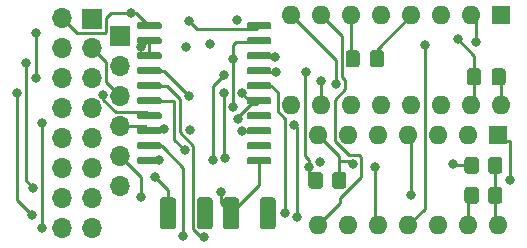
<source format=gbr>
G04 #@! TF.GenerationSoftware,KiCad,Pcbnew,5.1.5+dfsg1-2build2*
G04 #@! TF.CreationDate,2022-11-08T07:02:07+00:00*
G04 #@! TF.ProjectId,link-up-serial,6c696e6b-2d75-4702-9d73-657269616c2e,rev?*
G04 #@! TF.SameCoordinates,Original*
G04 #@! TF.FileFunction,Copper,L4,Bot*
G04 #@! TF.FilePolarity,Positive*
%FSLAX46Y46*%
G04 Gerber Fmt 4.6, Leading zero omitted, Abs format (unit mm)*
G04 Created by KiCad (PCBNEW 5.1.5+dfsg1-2build2) date 2022-11-08 07:02:07*
%MOMM*%
%LPD*%
G04 APERTURE LIST*
%ADD10O,1.600000X1.600000*%
%ADD11R,1.600000X1.600000*%
%ADD12C,0.100000*%
%ADD13O,1.700000X1.700000*%
%ADD14R,1.700000X1.700000*%
%ADD15C,0.800000*%
%ADD16C,0.250000*%
G04 APERTURE END LIST*
D10*
X131064000Y-110998000D03*
X113284000Y-103378000D03*
X128524000Y-110998000D03*
X115824000Y-103378000D03*
X125984000Y-110998000D03*
X118364000Y-103378000D03*
X123444000Y-110998000D03*
X120904000Y-103378000D03*
X120904000Y-110998000D03*
X123444000Y-103378000D03*
X118364000Y-110998000D03*
X125984000Y-103378000D03*
X115824000Y-110998000D03*
X128524000Y-103378000D03*
X113284000Y-110998000D03*
D11*
X131064000Y-103378000D03*
G04 #@! TA.AperFunction,SMDPad,CuDef*
D12*
G36*
X102157703Y-103967722D02*
G01*
X102172264Y-103969882D01*
X102186543Y-103973459D01*
X102200403Y-103978418D01*
X102213710Y-103984712D01*
X102226336Y-103992280D01*
X102238159Y-104001048D01*
X102249066Y-104010934D01*
X102258952Y-104021841D01*
X102267720Y-104033664D01*
X102275288Y-104046290D01*
X102281582Y-104059597D01*
X102286541Y-104073457D01*
X102290118Y-104087736D01*
X102292278Y-104102297D01*
X102293000Y-104117000D01*
X102293000Y-104417000D01*
X102292278Y-104431703D01*
X102290118Y-104446264D01*
X102286541Y-104460543D01*
X102281582Y-104474403D01*
X102275288Y-104487710D01*
X102267720Y-104500336D01*
X102258952Y-104512159D01*
X102249066Y-104523066D01*
X102238159Y-104532952D01*
X102226336Y-104541720D01*
X102213710Y-104549288D01*
X102200403Y-104555582D01*
X102186543Y-104560541D01*
X102172264Y-104564118D01*
X102157703Y-104566278D01*
X102143000Y-104567000D01*
X100393000Y-104567000D01*
X100378297Y-104566278D01*
X100363736Y-104564118D01*
X100349457Y-104560541D01*
X100335597Y-104555582D01*
X100322290Y-104549288D01*
X100309664Y-104541720D01*
X100297841Y-104532952D01*
X100286934Y-104523066D01*
X100277048Y-104512159D01*
X100268280Y-104500336D01*
X100260712Y-104487710D01*
X100254418Y-104474403D01*
X100249459Y-104460543D01*
X100245882Y-104446264D01*
X100243722Y-104431703D01*
X100243000Y-104417000D01*
X100243000Y-104117000D01*
X100243722Y-104102297D01*
X100245882Y-104087736D01*
X100249459Y-104073457D01*
X100254418Y-104059597D01*
X100260712Y-104046290D01*
X100268280Y-104033664D01*
X100277048Y-104021841D01*
X100286934Y-104010934D01*
X100297841Y-104001048D01*
X100309664Y-103992280D01*
X100322290Y-103984712D01*
X100335597Y-103978418D01*
X100349457Y-103973459D01*
X100363736Y-103969882D01*
X100378297Y-103967722D01*
X100393000Y-103967000D01*
X102143000Y-103967000D01*
X102157703Y-103967722D01*
G37*
G04 #@! TD.AperFunction*
G04 #@! TA.AperFunction,SMDPad,CuDef*
G36*
X102157703Y-105237722D02*
G01*
X102172264Y-105239882D01*
X102186543Y-105243459D01*
X102200403Y-105248418D01*
X102213710Y-105254712D01*
X102226336Y-105262280D01*
X102238159Y-105271048D01*
X102249066Y-105280934D01*
X102258952Y-105291841D01*
X102267720Y-105303664D01*
X102275288Y-105316290D01*
X102281582Y-105329597D01*
X102286541Y-105343457D01*
X102290118Y-105357736D01*
X102292278Y-105372297D01*
X102293000Y-105387000D01*
X102293000Y-105687000D01*
X102292278Y-105701703D01*
X102290118Y-105716264D01*
X102286541Y-105730543D01*
X102281582Y-105744403D01*
X102275288Y-105757710D01*
X102267720Y-105770336D01*
X102258952Y-105782159D01*
X102249066Y-105793066D01*
X102238159Y-105802952D01*
X102226336Y-105811720D01*
X102213710Y-105819288D01*
X102200403Y-105825582D01*
X102186543Y-105830541D01*
X102172264Y-105834118D01*
X102157703Y-105836278D01*
X102143000Y-105837000D01*
X100393000Y-105837000D01*
X100378297Y-105836278D01*
X100363736Y-105834118D01*
X100349457Y-105830541D01*
X100335597Y-105825582D01*
X100322290Y-105819288D01*
X100309664Y-105811720D01*
X100297841Y-105802952D01*
X100286934Y-105793066D01*
X100277048Y-105782159D01*
X100268280Y-105770336D01*
X100260712Y-105757710D01*
X100254418Y-105744403D01*
X100249459Y-105730543D01*
X100245882Y-105716264D01*
X100243722Y-105701703D01*
X100243000Y-105687000D01*
X100243000Y-105387000D01*
X100243722Y-105372297D01*
X100245882Y-105357736D01*
X100249459Y-105343457D01*
X100254418Y-105329597D01*
X100260712Y-105316290D01*
X100268280Y-105303664D01*
X100277048Y-105291841D01*
X100286934Y-105280934D01*
X100297841Y-105271048D01*
X100309664Y-105262280D01*
X100322290Y-105254712D01*
X100335597Y-105248418D01*
X100349457Y-105243459D01*
X100363736Y-105239882D01*
X100378297Y-105237722D01*
X100393000Y-105237000D01*
X102143000Y-105237000D01*
X102157703Y-105237722D01*
G37*
G04 #@! TD.AperFunction*
G04 #@! TA.AperFunction,SMDPad,CuDef*
G36*
X102157703Y-106507722D02*
G01*
X102172264Y-106509882D01*
X102186543Y-106513459D01*
X102200403Y-106518418D01*
X102213710Y-106524712D01*
X102226336Y-106532280D01*
X102238159Y-106541048D01*
X102249066Y-106550934D01*
X102258952Y-106561841D01*
X102267720Y-106573664D01*
X102275288Y-106586290D01*
X102281582Y-106599597D01*
X102286541Y-106613457D01*
X102290118Y-106627736D01*
X102292278Y-106642297D01*
X102293000Y-106657000D01*
X102293000Y-106957000D01*
X102292278Y-106971703D01*
X102290118Y-106986264D01*
X102286541Y-107000543D01*
X102281582Y-107014403D01*
X102275288Y-107027710D01*
X102267720Y-107040336D01*
X102258952Y-107052159D01*
X102249066Y-107063066D01*
X102238159Y-107072952D01*
X102226336Y-107081720D01*
X102213710Y-107089288D01*
X102200403Y-107095582D01*
X102186543Y-107100541D01*
X102172264Y-107104118D01*
X102157703Y-107106278D01*
X102143000Y-107107000D01*
X100393000Y-107107000D01*
X100378297Y-107106278D01*
X100363736Y-107104118D01*
X100349457Y-107100541D01*
X100335597Y-107095582D01*
X100322290Y-107089288D01*
X100309664Y-107081720D01*
X100297841Y-107072952D01*
X100286934Y-107063066D01*
X100277048Y-107052159D01*
X100268280Y-107040336D01*
X100260712Y-107027710D01*
X100254418Y-107014403D01*
X100249459Y-107000543D01*
X100245882Y-106986264D01*
X100243722Y-106971703D01*
X100243000Y-106957000D01*
X100243000Y-106657000D01*
X100243722Y-106642297D01*
X100245882Y-106627736D01*
X100249459Y-106613457D01*
X100254418Y-106599597D01*
X100260712Y-106586290D01*
X100268280Y-106573664D01*
X100277048Y-106561841D01*
X100286934Y-106550934D01*
X100297841Y-106541048D01*
X100309664Y-106532280D01*
X100322290Y-106524712D01*
X100335597Y-106518418D01*
X100349457Y-106513459D01*
X100363736Y-106509882D01*
X100378297Y-106507722D01*
X100393000Y-106507000D01*
X102143000Y-106507000D01*
X102157703Y-106507722D01*
G37*
G04 #@! TD.AperFunction*
G04 #@! TA.AperFunction,SMDPad,CuDef*
G36*
X102157703Y-107777722D02*
G01*
X102172264Y-107779882D01*
X102186543Y-107783459D01*
X102200403Y-107788418D01*
X102213710Y-107794712D01*
X102226336Y-107802280D01*
X102238159Y-107811048D01*
X102249066Y-107820934D01*
X102258952Y-107831841D01*
X102267720Y-107843664D01*
X102275288Y-107856290D01*
X102281582Y-107869597D01*
X102286541Y-107883457D01*
X102290118Y-107897736D01*
X102292278Y-107912297D01*
X102293000Y-107927000D01*
X102293000Y-108227000D01*
X102292278Y-108241703D01*
X102290118Y-108256264D01*
X102286541Y-108270543D01*
X102281582Y-108284403D01*
X102275288Y-108297710D01*
X102267720Y-108310336D01*
X102258952Y-108322159D01*
X102249066Y-108333066D01*
X102238159Y-108342952D01*
X102226336Y-108351720D01*
X102213710Y-108359288D01*
X102200403Y-108365582D01*
X102186543Y-108370541D01*
X102172264Y-108374118D01*
X102157703Y-108376278D01*
X102143000Y-108377000D01*
X100393000Y-108377000D01*
X100378297Y-108376278D01*
X100363736Y-108374118D01*
X100349457Y-108370541D01*
X100335597Y-108365582D01*
X100322290Y-108359288D01*
X100309664Y-108351720D01*
X100297841Y-108342952D01*
X100286934Y-108333066D01*
X100277048Y-108322159D01*
X100268280Y-108310336D01*
X100260712Y-108297710D01*
X100254418Y-108284403D01*
X100249459Y-108270543D01*
X100245882Y-108256264D01*
X100243722Y-108241703D01*
X100243000Y-108227000D01*
X100243000Y-107927000D01*
X100243722Y-107912297D01*
X100245882Y-107897736D01*
X100249459Y-107883457D01*
X100254418Y-107869597D01*
X100260712Y-107856290D01*
X100268280Y-107843664D01*
X100277048Y-107831841D01*
X100286934Y-107820934D01*
X100297841Y-107811048D01*
X100309664Y-107802280D01*
X100322290Y-107794712D01*
X100335597Y-107788418D01*
X100349457Y-107783459D01*
X100363736Y-107779882D01*
X100378297Y-107777722D01*
X100393000Y-107777000D01*
X102143000Y-107777000D01*
X102157703Y-107777722D01*
G37*
G04 #@! TD.AperFunction*
G04 #@! TA.AperFunction,SMDPad,CuDef*
G36*
X102157703Y-109047722D02*
G01*
X102172264Y-109049882D01*
X102186543Y-109053459D01*
X102200403Y-109058418D01*
X102213710Y-109064712D01*
X102226336Y-109072280D01*
X102238159Y-109081048D01*
X102249066Y-109090934D01*
X102258952Y-109101841D01*
X102267720Y-109113664D01*
X102275288Y-109126290D01*
X102281582Y-109139597D01*
X102286541Y-109153457D01*
X102290118Y-109167736D01*
X102292278Y-109182297D01*
X102293000Y-109197000D01*
X102293000Y-109497000D01*
X102292278Y-109511703D01*
X102290118Y-109526264D01*
X102286541Y-109540543D01*
X102281582Y-109554403D01*
X102275288Y-109567710D01*
X102267720Y-109580336D01*
X102258952Y-109592159D01*
X102249066Y-109603066D01*
X102238159Y-109612952D01*
X102226336Y-109621720D01*
X102213710Y-109629288D01*
X102200403Y-109635582D01*
X102186543Y-109640541D01*
X102172264Y-109644118D01*
X102157703Y-109646278D01*
X102143000Y-109647000D01*
X100393000Y-109647000D01*
X100378297Y-109646278D01*
X100363736Y-109644118D01*
X100349457Y-109640541D01*
X100335597Y-109635582D01*
X100322290Y-109629288D01*
X100309664Y-109621720D01*
X100297841Y-109612952D01*
X100286934Y-109603066D01*
X100277048Y-109592159D01*
X100268280Y-109580336D01*
X100260712Y-109567710D01*
X100254418Y-109554403D01*
X100249459Y-109540543D01*
X100245882Y-109526264D01*
X100243722Y-109511703D01*
X100243000Y-109497000D01*
X100243000Y-109197000D01*
X100243722Y-109182297D01*
X100245882Y-109167736D01*
X100249459Y-109153457D01*
X100254418Y-109139597D01*
X100260712Y-109126290D01*
X100268280Y-109113664D01*
X100277048Y-109101841D01*
X100286934Y-109090934D01*
X100297841Y-109081048D01*
X100309664Y-109072280D01*
X100322290Y-109064712D01*
X100335597Y-109058418D01*
X100349457Y-109053459D01*
X100363736Y-109049882D01*
X100378297Y-109047722D01*
X100393000Y-109047000D01*
X102143000Y-109047000D01*
X102157703Y-109047722D01*
G37*
G04 #@! TD.AperFunction*
G04 #@! TA.AperFunction,SMDPad,CuDef*
G36*
X102157703Y-110317722D02*
G01*
X102172264Y-110319882D01*
X102186543Y-110323459D01*
X102200403Y-110328418D01*
X102213710Y-110334712D01*
X102226336Y-110342280D01*
X102238159Y-110351048D01*
X102249066Y-110360934D01*
X102258952Y-110371841D01*
X102267720Y-110383664D01*
X102275288Y-110396290D01*
X102281582Y-110409597D01*
X102286541Y-110423457D01*
X102290118Y-110437736D01*
X102292278Y-110452297D01*
X102293000Y-110467000D01*
X102293000Y-110767000D01*
X102292278Y-110781703D01*
X102290118Y-110796264D01*
X102286541Y-110810543D01*
X102281582Y-110824403D01*
X102275288Y-110837710D01*
X102267720Y-110850336D01*
X102258952Y-110862159D01*
X102249066Y-110873066D01*
X102238159Y-110882952D01*
X102226336Y-110891720D01*
X102213710Y-110899288D01*
X102200403Y-110905582D01*
X102186543Y-110910541D01*
X102172264Y-110914118D01*
X102157703Y-110916278D01*
X102143000Y-110917000D01*
X100393000Y-110917000D01*
X100378297Y-110916278D01*
X100363736Y-110914118D01*
X100349457Y-110910541D01*
X100335597Y-110905582D01*
X100322290Y-110899288D01*
X100309664Y-110891720D01*
X100297841Y-110882952D01*
X100286934Y-110873066D01*
X100277048Y-110862159D01*
X100268280Y-110850336D01*
X100260712Y-110837710D01*
X100254418Y-110824403D01*
X100249459Y-110810543D01*
X100245882Y-110796264D01*
X100243722Y-110781703D01*
X100243000Y-110767000D01*
X100243000Y-110467000D01*
X100243722Y-110452297D01*
X100245882Y-110437736D01*
X100249459Y-110423457D01*
X100254418Y-110409597D01*
X100260712Y-110396290D01*
X100268280Y-110383664D01*
X100277048Y-110371841D01*
X100286934Y-110360934D01*
X100297841Y-110351048D01*
X100309664Y-110342280D01*
X100322290Y-110334712D01*
X100335597Y-110328418D01*
X100349457Y-110323459D01*
X100363736Y-110319882D01*
X100378297Y-110317722D01*
X100393000Y-110317000D01*
X102143000Y-110317000D01*
X102157703Y-110317722D01*
G37*
G04 #@! TD.AperFunction*
G04 #@! TA.AperFunction,SMDPad,CuDef*
G36*
X102157703Y-111587722D02*
G01*
X102172264Y-111589882D01*
X102186543Y-111593459D01*
X102200403Y-111598418D01*
X102213710Y-111604712D01*
X102226336Y-111612280D01*
X102238159Y-111621048D01*
X102249066Y-111630934D01*
X102258952Y-111641841D01*
X102267720Y-111653664D01*
X102275288Y-111666290D01*
X102281582Y-111679597D01*
X102286541Y-111693457D01*
X102290118Y-111707736D01*
X102292278Y-111722297D01*
X102293000Y-111737000D01*
X102293000Y-112037000D01*
X102292278Y-112051703D01*
X102290118Y-112066264D01*
X102286541Y-112080543D01*
X102281582Y-112094403D01*
X102275288Y-112107710D01*
X102267720Y-112120336D01*
X102258952Y-112132159D01*
X102249066Y-112143066D01*
X102238159Y-112152952D01*
X102226336Y-112161720D01*
X102213710Y-112169288D01*
X102200403Y-112175582D01*
X102186543Y-112180541D01*
X102172264Y-112184118D01*
X102157703Y-112186278D01*
X102143000Y-112187000D01*
X100393000Y-112187000D01*
X100378297Y-112186278D01*
X100363736Y-112184118D01*
X100349457Y-112180541D01*
X100335597Y-112175582D01*
X100322290Y-112169288D01*
X100309664Y-112161720D01*
X100297841Y-112152952D01*
X100286934Y-112143066D01*
X100277048Y-112132159D01*
X100268280Y-112120336D01*
X100260712Y-112107710D01*
X100254418Y-112094403D01*
X100249459Y-112080543D01*
X100245882Y-112066264D01*
X100243722Y-112051703D01*
X100243000Y-112037000D01*
X100243000Y-111737000D01*
X100243722Y-111722297D01*
X100245882Y-111707736D01*
X100249459Y-111693457D01*
X100254418Y-111679597D01*
X100260712Y-111666290D01*
X100268280Y-111653664D01*
X100277048Y-111641841D01*
X100286934Y-111630934D01*
X100297841Y-111621048D01*
X100309664Y-111612280D01*
X100322290Y-111604712D01*
X100335597Y-111598418D01*
X100349457Y-111593459D01*
X100363736Y-111589882D01*
X100378297Y-111587722D01*
X100393000Y-111587000D01*
X102143000Y-111587000D01*
X102157703Y-111587722D01*
G37*
G04 #@! TD.AperFunction*
G04 #@! TA.AperFunction,SMDPad,CuDef*
G36*
X102157703Y-112857722D02*
G01*
X102172264Y-112859882D01*
X102186543Y-112863459D01*
X102200403Y-112868418D01*
X102213710Y-112874712D01*
X102226336Y-112882280D01*
X102238159Y-112891048D01*
X102249066Y-112900934D01*
X102258952Y-112911841D01*
X102267720Y-112923664D01*
X102275288Y-112936290D01*
X102281582Y-112949597D01*
X102286541Y-112963457D01*
X102290118Y-112977736D01*
X102292278Y-112992297D01*
X102293000Y-113007000D01*
X102293000Y-113307000D01*
X102292278Y-113321703D01*
X102290118Y-113336264D01*
X102286541Y-113350543D01*
X102281582Y-113364403D01*
X102275288Y-113377710D01*
X102267720Y-113390336D01*
X102258952Y-113402159D01*
X102249066Y-113413066D01*
X102238159Y-113422952D01*
X102226336Y-113431720D01*
X102213710Y-113439288D01*
X102200403Y-113445582D01*
X102186543Y-113450541D01*
X102172264Y-113454118D01*
X102157703Y-113456278D01*
X102143000Y-113457000D01*
X100393000Y-113457000D01*
X100378297Y-113456278D01*
X100363736Y-113454118D01*
X100349457Y-113450541D01*
X100335597Y-113445582D01*
X100322290Y-113439288D01*
X100309664Y-113431720D01*
X100297841Y-113422952D01*
X100286934Y-113413066D01*
X100277048Y-113402159D01*
X100268280Y-113390336D01*
X100260712Y-113377710D01*
X100254418Y-113364403D01*
X100249459Y-113350543D01*
X100245882Y-113336264D01*
X100243722Y-113321703D01*
X100243000Y-113307000D01*
X100243000Y-113007000D01*
X100243722Y-112992297D01*
X100245882Y-112977736D01*
X100249459Y-112963457D01*
X100254418Y-112949597D01*
X100260712Y-112936290D01*
X100268280Y-112923664D01*
X100277048Y-112911841D01*
X100286934Y-112900934D01*
X100297841Y-112891048D01*
X100309664Y-112882280D01*
X100322290Y-112874712D01*
X100335597Y-112868418D01*
X100349457Y-112863459D01*
X100363736Y-112859882D01*
X100378297Y-112857722D01*
X100393000Y-112857000D01*
X102143000Y-112857000D01*
X102157703Y-112857722D01*
G37*
G04 #@! TD.AperFunction*
G04 #@! TA.AperFunction,SMDPad,CuDef*
G36*
X102157703Y-114127722D02*
G01*
X102172264Y-114129882D01*
X102186543Y-114133459D01*
X102200403Y-114138418D01*
X102213710Y-114144712D01*
X102226336Y-114152280D01*
X102238159Y-114161048D01*
X102249066Y-114170934D01*
X102258952Y-114181841D01*
X102267720Y-114193664D01*
X102275288Y-114206290D01*
X102281582Y-114219597D01*
X102286541Y-114233457D01*
X102290118Y-114247736D01*
X102292278Y-114262297D01*
X102293000Y-114277000D01*
X102293000Y-114577000D01*
X102292278Y-114591703D01*
X102290118Y-114606264D01*
X102286541Y-114620543D01*
X102281582Y-114634403D01*
X102275288Y-114647710D01*
X102267720Y-114660336D01*
X102258952Y-114672159D01*
X102249066Y-114683066D01*
X102238159Y-114692952D01*
X102226336Y-114701720D01*
X102213710Y-114709288D01*
X102200403Y-114715582D01*
X102186543Y-114720541D01*
X102172264Y-114724118D01*
X102157703Y-114726278D01*
X102143000Y-114727000D01*
X100393000Y-114727000D01*
X100378297Y-114726278D01*
X100363736Y-114724118D01*
X100349457Y-114720541D01*
X100335597Y-114715582D01*
X100322290Y-114709288D01*
X100309664Y-114701720D01*
X100297841Y-114692952D01*
X100286934Y-114683066D01*
X100277048Y-114672159D01*
X100268280Y-114660336D01*
X100260712Y-114647710D01*
X100254418Y-114634403D01*
X100249459Y-114620543D01*
X100245882Y-114606264D01*
X100243722Y-114591703D01*
X100243000Y-114577000D01*
X100243000Y-114277000D01*
X100243722Y-114262297D01*
X100245882Y-114247736D01*
X100249459Y-114233457D01*
X100254418Y-114219597D01*
X100260712Y-114206290D01*
X100268280Y-114193664D01*
X100277048Y-114181841D01*
X100286934Y-114170934D01*
X100297841Y-114161048D01*
X100309664Y-114152280D01*
X100322290Y-114144712D01*
X100335597Y-114138418D01*
X100349457Y-114133459D01*
X100363736Y-114129882D01*
X100378297Y-114127722D01*
X100393000Y-114127000D01*
X102143000Y-114127000D01*
X102157703Y-114127722D01*
G37*
G04 #@! TD.AperFunction*
G04 #@! TA.AperFunction,SMDPad,CuDef*
G36*
X102157703Y-115397722D02*
G01*
X102172264Y-115399882D01*
X102186543Y-115403459D01*
X102200403Y-115408418D01*
X102213710Y-115414712D01*
X102226336Y-115422280D01*
X102238159Y-115431048D01*
X102249066Y-115440934D01*
X102258952Y-115451841D01*
X102267720Y-115463664D01*
X102275288Y-115476290D01*
X102281582Y-115489597D01*
X102286541Y-115503457D01*
X102290118Y-115517736D01*
X102292278Y-115532297D01*
X102293000Y-115547000D01*
X102293000Y-115847000D01*
X102292278Y-115861703D01*
X102290118Y-115876264D01*
X102286541Y-115890543D01*
X102281582Y-115904403D01*
X102275288Y-115917710D01*
X102267720Y-115930336D01*
X102258952Y-115942159D01*
X102249066Y-115953066D01*
X102238159Y-115962952D01*
X102226336Y-115971720D01*
X102213710Y-115979288D01*
X102200403Y-115985582D01*
X102186543Y-115990541D01*
X102172264Y-115994118D01*
X102157703Y-115996278D01*
X102143000Y-115997000D01*
X100393000Y-115997000D01*
X100378297Y-115996278D01*
X100363736Y-115994118D01*
X100349457Y-115990541D01*
X100335597Y-115985582D01*
X100322290Y-115979288D01*
X100309664Y-115971720D01*
X100297841Y-115962952D01*
X100286934Y-115953066D01*
X100277048Y-115942159D01*
X100268280Y-115930336D01*
X100260712Y-115917710D01*
X100254418Y-115904403D01*
X100249459Y-115890543D01*
X100245882Y-115876264D01*
X100243722Y-115861703D01*
X100243000Y-115847000D01*
X100243000Y-115547000D01*
X100243722Y-115532297D01*
X100245882Y-115517736D01*
X100249459Y-115503457D01*
X100254418Y-115489597D01*
X100260712Y-115476290D01*
X100268280Y-115463664D01*
X100277048Y-115451841D01*
X100286934Y-115440934D01*
X100297841Y-115431048D01*
X100309664Y-115422280D01*
X100322290Y-115414712D01*
X100335597Y-115408418D01*
X100349457Y-115403459D01*
X100363736Y-115399882D01*
X100378297Y-115397722D01*
X100393000Y-115397000D01*
X102143000Y-115397000D01*
X102157703Y-115397722D01*
G37*
G04 #@! TD.AperFunction*
G04 #@! TA.AperFunction,SMDPad,CuDef*
G36*
X111457703Y-115397722D02*
G01*
X111472264Y-115399882D01*
X111486543Y-115403459D01*
X111500403Y-115408418D01*
X111513710Y-115414712D01*
X111526336Y-115422280D01*
X111538159Y-115431048D01*
X111549066Y-115440934D01*
X111558952Y-115451841D01*
X111567720Y-115463664D01*
X111575288Y-115476290D01*
X111581582Y-115489597D01*
X111586541Y-115503457D01*
X111590118Y-115517736D01*
X111592278Y-115532297D01*
X111593000Y-115547000D01*
X111593000Y-115847000D01*
X111592278Y-115861703D01*
X111590118Y-115876264D01*
X111586541Y-115890543D01*
X111581582Y-115904403D01*
X111575288Y-115917710D01*
X111567720Y-115930336D01*
X111558952Y-115942159D01*
X111549066Y-115953066D01*
X111538159Y-115962952D01*
X111526336Y-115971720D01*
X111513710Y-115979288D01*
X111500403Y-115985582D01*
X111486543Y-115990541D01*
X111472264Y-115994118D01*
X111457703Y-115996278D01*
X111443000Y-115997000D01*
X109693000Y-115997000D01*
X109678297Y-115996278D01*
X109663736Y-115994118D01*
X109649457Y-115990541D01*
X109635597Y-115985582D01*
X109622290Y-115979288D01*
X109609664Y-115971720D01*
X109597841Y-115962952D01*
X109586934Y-115953066D01*
X109577048Y-115942159D01*
X109568280Y-115930336D01*
X109560712Y-115917710D01*
X109554418Y-115904403D01*
X109549459Y-115890543D01*
X109545882Y-115876264D01*
X109543722Y-115861703D01*
X109543000Y-115847000D01*
X109543000Y-115547000D01*
X109543722Y-115532297D01*
X109545882Y-115517736D01*
X109549459Y-115503457D01*
X109554418Y-115489597D01*
X109560712Y-115476290D01*
X109568280Y-115463664D01*
X109577048Y-115451841D01*
X109586934Y-115440934D01*
X109597841Y-115431048D01*
X109609664Y-115422280D01*
X109622290Y-115414712D01*
X109635597Y-115408418D01*
X109649457Y-115403459D01*
X109663736Y-115399882D01*
X109678297Y-115397722D01*
X109693000Y-115397000D01*
X111443000Y-115397000D01*
X111457703Y-115397722D01*
G37*
G04 #@! TD.AperFunction*
G04 #@! TA.AperFunction,SMDPad,CuDef*
G36*
X111457703Y-114127722D02*
G01*
X111472264Y-114129882D01*
X111486543Y-114133459D01*
X111500403Y-114138418D01*
X111513710Y-114144712D01*
X111526336Y-114152280D01*
X111538159Y-114161048D01*
X111549066Y-114170934D01*
X111558952Y-114181841D01*
X111567720Y-114193664D01*
X111575288Y-114206290D01*
X111581582Y-114219597D01*
X111586541Y-114233457D01*
X111590118Y-114247736D01*
X111592278Y-114262297D01*
X111593000Y-114277000D01*
X111593000Y-114577000D01*
X111592278Y-114591703D01*
X111590118Y-114606264D01*
X111586541Y-114620543D01*
X111581582Y-114634403D01*
X111575288Y-114647710D01*
X111567720Y-114660336D01*
X111558952Y-114672159D01*
X111549066Y-114683066D01*
X111538159Y-114692952D01*
X111526336Y-114701720D01*
X111513710Y-114709288D01*
X111500403Y-114715582D01*
X111486543Y-114720541D01*
X111472264Y-114724118D01*
X111457703Y-114726278D01*
X111443000Y-114727000D01*
X109693000Y-114727000D01*
X109678297Y-114726278D01*
X109663736Y-114724118D01*
X109649457Y-114720541D01*
X109635597Y-114715582D01*
X109622290Y-114709288D01*
X109609664Y-114701720D01*
X109597841Y-114692952D01*
X109586934Y-114683066D01*
X109577048Y-114672159D01*
X109568280Y-114660336D01*
X109560712Y-114647710D01*
X109554418Y-114634403D01*
X109549459Y-114620543D01*
X109545882Y-114606264D01*
X109543722Y-114591703D01*
X109543000Y-114577000D01*
X109543000Y-114277000D01*
X109543722Y-114262297D01*
X109545882Y-114247736D01*
X109549459Y-114233457D01*
X109554418Y-114219597D01*
X109560712Y-114206290D01*
X109568280Y-114193664D01*
X109577048Y-114181841D01*
X109586934Y-114170934D01*
X109597841Y-114161048D01*
X109609664Y-114152280D01*
X109622290Y-114144712D01*
X109635597Y-114138418D01*
X109649457Y-114133459D01*
X109663736Y-114129882D01*
X109678297Y-114127722D01*
X109693000Y-114127000D01*
X111443000Y-114127000D01*
X111457703Y-114127722D01*
G37*
G04 #@! TD.AperFunction*
G04 #@! TA.AperFunction,SMDPad,CuDef*
G36*
X111457703Y-112857722D02*
G01*
X111472264Y-112859882D01*
X111486543Y-112863459D01*
X111500403Y-112868418D01*
X111513710Y-112874712D01*
X111526336Y-112882280D01*
X111538159Y-112891048D01*
X111549066Y-112900934D01*
X111558952Y-112911841D01*
X111567720Y-112923664D01*
X111575288Y-112936290D01*
X111581582Y-112949597D01*
X111586541Y-112963457D01*
X111590118Y-112977736D01*
X111592278Y-112992297D01*
X111593000Y-113007000D01*
X111593000Y-113307000D01*
X111592278Y-113321703D01*
X111590118Y-113336264D01*
X111586541Y-113350543D01*
X111581582Y-113364403D01*
X111575288Y-113377710D01*
X111567720Y-113390336D01*
X111558952Y-113402159D01*
X111549066Y-113413066D01*
X111538159Y-113422952D01*
X111526336Y-113431720D01*
X111513710Y-113439288D01*
X111500403Y-113445582D01*
X111486543Y-113450541D01*
X111472264Y-113454118D01*
X111457703Y-113456278D01*
X111443000Y-113457000D01*
X109693000Y-113457000D01*
X109678297Y-113456278D01*
X109663736Y-113454118D01*
X109649457Y-113450541D01*
X109635597Y-113445582D01*
X109622290Y-113439288D01*
X109609664Y-113431720D01*
X109597841Y-113422952D01*
X109586934Y-113413066D01*
X109577048Y-113402159D01*
X109568280Y-113390336D01*
X109560712Y-113377710D01*
X109554418Y-113364403D01*
X109549459Y-113350543D01*
X109545882Y-113336264D01*
X109543722Y-113321703D01*
X109543000Y-113307000D01*
X109543000Y-113007000D01*
X109543722Y-112992297D01*
X109545882Y-112977736D01*
X109549459Y-112963457D01*
X109554418Y-112949597D01*
X109560712Y-112936290D01*
X109568280Y-112923664D01*
X109577048Y-112911841D01*
X109586934Y-112900934D01*
X109597841Y-112891048D01*
X109609664Y-112882280D01*
X109622290Y-112874712D01*
X109635597Y-112868418D01*
X109649457Y-112863459D01*
X109663736Y-112859882D01*
X109678297Y-112857722D01*
X109693000Y-112857000D01*
X111443000Y-112857000D01*
X111457703Y-112857722D01*
G37*
G04 #@! TD.AperFunction*
G04 #@! TA.AperFunction,SMDPad,CuDef*
G36*
X111457703Y-111587722D02*
G01*
X111472264Y-111589882D01*
X111486543Y-111593459D01*
X111500403Y-111598418D01*
X111513710Y-111604712D01*
X111526336Y-111612280D01*
X111538159Y-111621048D01*
X111549066Y-111630934D01*
X111558952Y-111641841D01*
X111567720Y-111653664D01*
X111575288Y-111666290D01*
X111581582Y-111679597D01*
X111586541Y-111693457D01*
X111590118Y-111707736D01*
X111592278Y-111722297D01*
X111593000Y-111737000D01*
X111593000Y-112037000D01*
X111592278Y-112051703D01*
X111590118Y-112066264D01*
X111586541Y-112080543D01*
X111581582Y-112094403D01*
X111575288Y-112107710D01*
X111567720Y-112120336D01*
X111558952Y-112132159D01*
X111549066Y-112143066D01*
X111538159Y-112152952D01*
X111526336Y-112161720D01*
X111513710Y-112169288D01*
X111500403Y-112175582D01*
X111486543Y-112180541D01*
X111472264Y-112184118D01*
X111457703Y-112186278D01*
X111443000Y-112187000D01*
X109693000Y-112187000D01*
X109678297Y-112186278D01*
X109663736Y-112184118D01*
X109649457Y-112180541D01*
X109635597Y-112175582D01*
X109622290Y-112169288D01*
X109609664Y-112161720D01*
X109597841Y-112152952D01*
X109586934Y-112143066D01*
X109577048Y-112132159D01*
X109568280Y-112120336D01*
X109560712Y-112107710D01*
X109554418Y-112094403D01*
X109549459Y-112080543D01*
X109545882Y-112066264D01*
X109543722Y-112051703D01*
X109543000Y-112037000D01*
X109543000Y-111737000D01*
X109543722Y-111722297D01*
X109545882Y-111707736D01*
X109549459Y-111693457D01*
X109554418Y-111679597D01*
X109560712Y-111666290D01*
X109568280Y-111653664D01*
X109577048Y-111641841D01*
X109586934Y-111630934D01*
X109597841Y-111621048D01*
X109609664Y-111612280D01*
X109622290Y-111604712D01*
X109635597Y-111598418D01*
X109649457Y-111593459D01*
X109663736Y-111589882D01*
X109678297Y-111587722D01*
X109693000Y-111587000D01*
X111443000Y-111587000D01*
X111457703Y-111587722D01*
G37*
G04 #@! TD.AperFunction*
G04 #@! TA.AperFunction,SMDPad,CuDef*
G36*
X111457703Y-110317722D02*
G01*
X111472264Y-110319882D01*
X111486543Y-110323459D01*
X111500403Y-110328418D01*
X111513710Y-110334712D01*
X111526336Y-110342280D01*
X111538159Y-110351048D01*
X111549066Y-110360934D01*
X111558952Y-110371841D01*
X111567720Y-110383664D01*
X111575288Y-110396290D01*
X111581582Y-110409597D01*
X111586541Y-110423457D01*
X111590118Y-110437736D01*
X111592278Y-110452297D01*
X111593000Y-110467000D01*
X111593000Y-110767000D01*
X111592278Y-110781703D01*
X111590118Y-110796264D01*
X111586541Y-110810543D01*
X111581582Y-110824403D01*
X111575288Y-110837710D01*
X111567720Y-110850336D01*
X111558952Y-110862159D01*
X111549066Y-110873066D01*
X111538159Y-110882952D01*
X111526336Y-110891720D01*
X111513710Y-110899288D01*
X111500403Y-110905582D01*
X111486543Y-110910541D01*
X111472264Y-110914118D01*
X111457703Y-110916278D01*
X111443000Y-110917000D01*
X109693000Y-110917000D01*
X109678297Y-110916278D01*
X109663736Y-110914118D01*
X109649457Y-110910541D01*
X109635597Y-110905582D01*
X109622290Y-110899288D01*
X109609664Y-110891720D01*
X109597841Y-110882952D01*
X109586934Y-110873066D01*
X109577048Y-110862159D01*
X109568280Y-110850336D01*
X109560712Y-110837710D01*
X109554418Y-110824403D01*
X109549459Y-110810543D01*
X109545882Y-110796264D01*
X109543722Y-110781703D01*
X109543000Y-110767000D01*
X109543000Y-110467000D01*
X109543722Y-110452297D01*
X109545882Y-110437736D01*
X109549459Y-110423457D01*
X109554418Y-110409597D01*
X109560712Y-110396290D01*
X109568280Y-110383664D01*
X109577048Y-110371841D01*
X109586934Y-110360934D01*
X109597841Y-110351048D01*
X109609664Y-110342280D01*
X109622290Y-110334712D01*
X109635597Y-110328418D01*
X109649457Y-110323459D01*
X109663736Y-110319882D01*
X109678297Y-110317722D01*
X109693000Y-110317000D01*
X111443000Y-110317000D01*
X111457703Y-110317722D01*
G37*
G04 #@! TD.AperFunction*
G04 #@! TA.AperFunction,SMDPad,CuDef*
G36*
X111457703Y-109047722D02*
G01*
X111472264Y-109049882D01*
X111486543Y-109053459D01*
X111500403Y-109058418D01*
X111513710Y-109064712D01*
X111526336Y-109072280D01*
X111538159Y-109081048D01*
X111549066Y-109090934D01*
X111558952Y-109101841D01*
X111567720Y-109113664D01*
X111575288Y-109126290D01*
X111581582Y-109139597D01*
X111586541Y-109153457D01*
X111590118Y-109167736D01*
X111592278Y-109182297D01*
X111593000Y-109197000D01*
X111593000Y-109497000D01*
X111592278Y-109511703D01*
X111590118Y-109526264D01*
X111586541Y-109540543D01*
X111581582Y-109554403D01*
X111575288Y-109567710D01*
X111567720Y-109580336D01*
X111558952Y-109592159D01*
X111549066Y-109603066D01*
X111538159Y-109612952D01*
X111526336Y-109621720D01*
X111513710Y-109629288D01*
X111500403Y-109635582D01*
X111486543Y-109640541D01*
X111472264Y-109644118D01*
X111457703Y-109646278D01*
X111443000Y-109647000D01*
X109693000Y-109647000D01*
X109678297Y-109646278D01*
X109663736Y-109644118D01*
X109649457Y-109640541D01*
X109635597Y-109635582D01*
X109622290Y-109629288D01*
X109609664Y-109621720D01*
X109597841Y-109612952D01*
X109586934Y-109603066D01*
X109577048Y-109592159D01*
X109568280Y-109580336D01*
X109560712Y-109567710D01*
X109554418Y-109554403D01*
X109549459Y-109540543D01*
X109545882Y-109526264D01*
X109543722Y-109511703D01*
X109543000Y-109497000D01*
X109543000Y-109197000D01*
X109543722Y-109182297D01*
X109545882Y-109167736D01*
X109549459Y-109153457D01*
X109554418Y-109139597D01*
X109560712Y-109126290D01*
X109568280Y-109113664D01*
X109577048Y-109101841D01*
X109586934Y-109090934D01*
X109597841Y-109081048D01*
X109609664Y-109072280D01*
X109622290Y-109064712D01*
X109635597Y-109058418D01*
X109649457Y-109053459D01*
X109663736Y-109049882D01*
X109678297Y-109047722D01*
X109693000Y-109047000D01*
X111443000Y-109047000D01*
X111457703Y-109047722D01*
G37*
G04 #@! TD.AperFunction*
G04 #@! TA.AperFunction,SMDPad,CuDef*
G36*
X111457703Y-107777722D02*
G01*
X111472264Y-107779882D01*
X111486543Y-107783459D01*
X111500403Y-107788418D01*
X111513710Y-107794712D01*
X111526336Y-107802280D01*
X111538159Y-107811048D01*
X111549066Y-107820934D01*
X111558952Y-107831841D01*
X111567720Y-107843664D01*
X111575288Y-107856290D01*
X111581582Y-107869597D01*
X111586541Y-107883457D01*
X111590118Y-107897736D01*
X111592278Y-107912297D01*
X111593000Y-107927000D01*
X111593000Y-108227000D01*
X111592278Y-108241703D01*
X111590118Y-108256264D01*
X111586541Y-108270543D01*
X111581582Y-108284403D01*
X111575288Y-108297710D01*
X111567720Y-108310336D01*
X111558952Y-108322159D01*
X111549066Y-108333066D01*
X111538159Y-108342952D01*
X111526336Y-108351720D01*
X111513710Y-108359288D01*
X111500403Y-108365582D01*
X111486543Y-108370541D01*
X111472264Y-108374118D01*
X111457703Y-108376278D01*
X111443000Y-108377000D01*
X109693000Y-108377000D01*
X109678297Y-108376278D01*
X109663736Y-108374118D01*
X109649457Y-108370541D01*
X109635597Y-108365582D01*
X109622290Y-108359288D01*
X109609664Y-108351720D01*
X109597841Y-108342952D01*
X109586934Y-108333066D01*
X109577048Y-108322159D01*
X109568280Y-108310336D01*
X109560712Y-108297710D01*
X109554418Y-108284403D01*
X109549459Y-108270543D01*
X109545882Y-108256264D01*
X109543722Y-108241703D01*
X109543000Y-108227000D01*
X109543000Y-107927000D01*
X109543722Y-107912297D01*
X109545882Y-107897736D01*
X109549459Y-107883457D01*
X109554418Y-107869597D01*
X109560712Y-107856290D01*
X109568280Y-107843664D01*
X109577048Y-107831841D01*
X109586934Y-107820934D01*
X109597841Y-107811048D01*
X109609664Y-107802280D01*
X109622290Y-107794712D01*
X109635597Y-107788418D01*
X109649457Y-107783459D01*
X109663736Y-107779882D01*
X109678297Y-107777722D01*
X109693000Y-107777000D01*
X111443000Y-107777000D01*
X111457703Y-107777722D01*
G37*
G04 #@! TD.AperFunction*
G04 #@! TA.AperFunction,SMDPad,CuDef*
G36*
X111457703Y-106507722D02*
G01*
X111472264Y-106509882D01*
X111486543Y-106513459D01*
X111500403Y-106518418D01*
X111513710Y-106524712D01*
X111526336Y-106532280D01*
X111538159Y-106541048D01*
X111549066Y-106550934D01*
X111558952Y-106561841D01*
X111567720Y-106573664D01*
X111575288Y-106586290D01*
X111581582Y-106599597D01*
X111586541Y-106613457D01*
X111590118Y-106627736D01*
X111592278Y-106642297D01*
X111593000Y-106657000D01*
X111593000Y-106957000D01*
X111592278Y-106971703D01*
X111590118Y-106986264D01*
X111586541Y-107000543D01*
X111581582Y-107014403D01*
X111575288Y-107027710D01*
X111567720Y-107040336D01*
X111558952Y-107052159D01*
X111549066Y-107063066D01*
X111538159Y-107072952D01*
X111526336Y-107081720D01*
X111513710Y-107089288D01*
X111500403Y-107095582D01*
X111486543Y-107100541D01*
X111472264Y-107104118D01*
X111457703Y-107106278D01*
X111443000Y-107107000D01*
X109693000Y-107107000D01*
X109678297Y-107106278D01*
X109663736Y-107104118D01*
X109649457Y-107100541D01*
X109635597Y-107095582D01*
X109622290Y-107089288D01*
X109609664Y-107081720D01*
X109597841Y-107072952D01*
X109586934Y-107063066D01*
X109577048Y-107052159D01*
X109568280Y-107040336D01*
X109560712Y-107027710D01*
X109554418Y-107014403D01*
X109549459Y-107000543D01*
X109545882Y-106986264D01*
X109543722Y-106971703D01*
X109543000Y-106957000D01*
X109543000Y-106657000D01*
X109543722Y-106642297D01*
X109545882Y-106627736D01*
X109549459Y-106613457D01*
X109554418Y-106599597D01*
X109560712Y-106586290D01*
X109568280Y-106573664D01*
X109577048Y-106561841D01*
X109586934Y-106550934D01*
X109597841Y-106541048D01*
X109609664Y-106532280D01*
X109622290Y-106524712D01*
X109635597Y-106518418D01*
X109649457Y-106513459D01*
X109663736Y-106509882D01*
X109678297Y-106507722D01*
X109693000Y-106507000D01*
X111443000Y-106507000D01*
X111457703Y-106507722D01*
G37*
G04 #@! TD.AperFunction*
G04 #@! TA.AperFunction,SMDPad,CuDef*
G36*
X111457703Y-105237722D02*
G01*
X111472264Y-105239882D01*
X111486543Y-105243459D01*
X111500403Y-105248418D01*
X111513710Y-105254712D01*
X111526336Y-105262280D01*
X111538159Y-105271048D01*
X111549066Y-105280934D01*
X111558952Y-105291841D01*
X111567720Y-105303664D01*
X111575288Y-105316290D01*
X111581582Y-105329597D01*
X111586541Y-105343457D01*
X111590118Y-105357736D01*
X111592278Y-105372297D01*
X111593000Y-105387000D01*
X111593000Y-105687000D01*
X111592278Y-105701703D01*
X111590118Y-105716264D01*
X111586541Y-105730543D01*
X111581582Y-105744403D01*
X111575288Y-105757710D01*
X111567720Y-105770336D01*
X111558952Y-105782159D01*
X111549066Y-105793066D01*
X111538159Y-105802952D01*
X111526336Y-105811720D01*
X111513710Y-105819288D01*
X111500403Y-105825582D01*
X111486543Y-105830541D01*
X111472264Y-105834118D01*
X111457703Y-105836278D01*
X111443000Y-105837000D01*
X109693000Y-105837000D01*
X109678297Y-105836278D01*
X109663736Y-105834118D01*
X109649457Y-105830541D01*
X109635597Y-105825582D01*
X109622290Y-105819288D01*
X109609664Y-105811720D01*
X109597841Y-105802952D01*
X109586934Y-105793066D01*
X109577048Y-105782159D01*
X109568280Y-105770336D01*
X109560712Y-105757710D01*
X109554418Y-105744403D01*
X109549459Y-105730543D01*
X109545882Y-105716264D01*
X109543722Y-105701703D01*
X109543000Y-105687000D01*
X109543000Y-105387000D01*
X109543722Y-105372297D01*
X109545882Y-105357736D01*
X109549459Y-105343457D01*
X109554418Y-105329597D01*
X109560712Y-105316290D01*
X109568280Y-105303664D01*
X109577048Y-105291841D01*
X109586934Y-105280934D01*
X109597841Y-105271048D01*
X109609664Y-105262280D01*
X109622290Y-105254712D01*
X109635597Y-105248418D01*
X109649457Y-105243459D01*
X109663736Y-105239882D01*
X109678297Y-105237722D01*
X109693000Y-105237000D01*
X111443000Y-105237000D01*
X111457703Y-105237722D01*
G37*
G04 #@! TD.AperFunction*
G04 #@! TA.AperFunction,SMDPad,CuDef*
G36*
X111457703Y-103967722D02*
G01*
X111472264Y-103969882D01*
X111486543Y-103973459D01*
X111500403Y-103978418D01*
X111513710Y-103984712D01*
X111526336Y-103992280D01*
X111538159Y-104001048D01*
X111549066Y-104010934D01*
X111558952Y-104021841D01*
X111567720Y-104033664D01*
X111575288Y-104046290D01*
X111581582Y-104059597D01*
X111586541Y-104073457D01*
X111590118Y-104087736D01*
X111592278Y-104102297D01*
X111593000Y-104117000D01*
X111593000Y-104417000D01*
X111592278Y-104431703D01*
X111590118Y-104446264D01*
X111586541Y-104460543D01*
X111581582Y-104474403D01*
X111575288Y-104487710D01*
X111567720Y-104500336D01*
X111558952Y-104512159D01*
X111549066Y-104523066D01*
X111538159Y-104532952D01*
X111526336Y-104541720D01*
X111513710Y-104549288D01*
X111500403Y-104555582D01*
X111486543Y-104560541D01*
X111472264Y-104564118D01*
X111457703Y-104566278D01*
X111443000Y-104567000D01*
X109693000Y-104567000D01*
X109678297Y-104566278D01*
X109663736Y-104564118D01*
X109649457Y-104560541D01*
X109635597Y-104555582D01*
X109622290Y-104549288D01*
X109609664Y-104541720D01*
X109597841Y-104532952D01*
X109586934Y-104523066D01*
X109577048Y-104512159D01*
X109568280Y-104500336D01*
X109560712Y-104487710D01*
X109554418Y-104474403D01*
X109549459Y-104460543D01*
X109545882Y-104446264D01*
X109543722Y-104431703D01*
X109543000Y-104417000D01*
X109543000Y-104117000D01*
X109543722Y-104102297D01*
X109545882Y-104087736D01*
X109549459Y-104073457D01*
X109554418Y-104059597D01*
X109560712Y-104046290D01*
X109568280Y-104033664D01*
X109577048Y-104021841D01*
X109586934Y-104010934D01*
X109597841Y-104001048D01*
X109609664Y-103992280D01*
X109622290Y-103984712D01*
X109635597Y-103978418D01*
X109649457Y-103973459D01*
X109663736Y-103969882D01*
X109678297Y-103967722D01*
X109693000Y-103967000D01*
X111443000Y-103967000D01*
X111457703Y-103967722D01*
G37*
G04 #@! TD.AperFunction*
D10*
X130810000Y-121158000D03*
X115570000Y-113538000D03*
X128270000Y-121158000D03*
X118110000Y-113538000D03*
X125730000Y-121158000D03*
X120650000Y-113538000D03*
X123190000Y-121158000D03*
X123190000Y-113538000D03*
X120650000Y-121158000D03*
X125730000Y-113538000D03*
X118110000Y-121158000D03*
X128270000Y-113538000D03*
X115570000Y-121158000D03*
D11*
X130810000Y-113538000D03*
G04 #@! TA.AperFunction,SMDPad,CuDef*
D12*
G36*
X128914505Y-115379204D02*
G01*
X128938773Y-115382804D01*
X128962572Y-115388765D01*
X128985671Y-115397030D01*
X129007850Y-115407520D01*
X129028893Y-115420132D01*
X129048599Y-115434747D01*
X129066777Y-115451223D01*
X129083253Y-115469401D01*
X129097868Y-115489107D01*
X129110480Y-115510150D01*
X129120970Y-115532329D01*
X129129235Y-115555428D01*
X129135196Y-115579227D01*
X129138796Y-115603495D01*
X129140000Y-115627999D01*
X129140000Y-116528001D01*
X129138796Y-116552505D01*
X129135196Y-116576773D01*
X129129235Y-116600572D01*
X129120970Y-116623671D01*
X129110480Y-116645850D01*
X129097868Y-116666893D01*
X129083253Y-116686599D01*
X129066777Y-116704777D01*
X129048599Y-116721253D01*
X129028893Y-116735868D01*
X129007850Y-116748480D01*
X128985671Y-116758970D01*
X128962572Y-116767235D01*
X128938773Y-116773196D01*
X128914505Y-116776796D01*
X128890001Y-116778000D01*
X128189999Y-116778000D01*
X128165495Y-116776796D01*
X128141227Y-116773196D01*
X128117428Y-116767235D01*
X128094329Y-116758970D01*
X128072150Y-116748480D01*
X128051107Y-116735868D01*
X128031401Y-116721253D01*
X128013223Y-116704777D01*
X127996747Y-116686599D01*
X127982132Y-116666893D01*
X127969520Y-116645850D01*
X127959030Y-116623671D01*
X127950765Y-116600572D01*
X127944804Y-116576773D01*
X127941204Y-116552505D01*
X127940000Y-116528001D01*
X127940000Y-115627999D01*
X127941204Y-115603495D01*
X127944804Y-115579227D01*
X127950765Y-115555428D01*
X127959030Y-115532329D01*
X127969520Y-115510150D01*
X127982132Y-115489107D01*
X127996747Y-115469401D01*
X128013223Y-115451223D01*
X128031401Y-115434747D01*
X128051107Y-115420132D01*
X128072150Y-115407520D01*
X128094329Y-115397030D01*
X128117428Y-115388765D01*
X128141227Y-115382804D01*
X128165495Y-115379204D01*
X128189999Y-115378000D01*
X128890001Y-115378000D01*
X128914505Y-115379204D01*
G37*
G04 #@! TD.AperFunction*
G04 #@! TA.AperFunction,SMDPad,CuDef*
G36*
X130914505Y-115379204D02*
G01*
X130938773Y-115382804D01*
X130962572Y-115388765D01*
X130985671Y-115397030D01*
X131007850Y-115407520D01*
X131028893Y-115420132D01*
X131048599Y-115434747D01*
X131066777Y-115451223D01*
X131083253Y-115469401D01*
X131097868Y-115489107D01*
X131110480Y-115510150D01*
X131120970Y-115532329D01*
X131129235Y-115555428D01*
X131135196Y-115579227D01*
X131138796Y-115603495D01*
X131140000Y-115627999D01*
X131140000Y-116528001D01*
X131138796Y-116552505D01*
X131135196Y-116576773D01*
X131129235Y-116600572D01*
X131120970Y-116623671D01*
X131110480Y-116645850D01*
X131097868Y-116666893D01*
X131083253Y-116686599D01*
X131066777Y-116704777D01*
X131048599Y-116721253D01*
X131028893Y-116735868D01*
X131007850Y-116748480D01*
X130985671Y-116758970D01*
X130962572Y-116767235D01*
X130938773Y-116773196D01*
X130914505Y-116776796D01*
X130890001Y-116778000D01*
X130189999Y-116778000D01*
X130165495Y-116776796D01*
X130141227Y-116773196D01*
X130117428Y-116767235D01*
X130094329Y-116758970D01*
X130072150Y-116748480D01*
X130051107Y-116735868D01*
X130031401Y-116721253D01*
X130013223Y-116704777D01*
X129996747Y-116686599D01*
X129982132Y-116666893D01*
X129969520Y-116645850D01*
X129959030Y-116623671D01*
X129950765Y-116600572D01*
X129944804Y-116576773D01*
X129941204Y-116552505D01*
X129940000Y-116528001D01*
X129940000Y-115627999D01*
X129941204Y-115603495D01*
X129944804Y-115579227D01*
X129950765Y-115555428D01*
X129959030Y-115532329D01*
X129969520Y-115510150D01*
X129982132Y-115489107D01*
X129996747Y-115469401D01*
X130013223Y-115451223D01*
X130031401Y-115434747D01*
X130051107Y-115420132D01*
X130072150Y-115407520D01*
X130094329Y-115397030D01*
X130117428Y-115388765D01*
X130141227Y-115382804D01*
X130165495Y-115379204D01*
X130189999Y-115378000D01*
X130890001Y-115378000D01*
X130914505Y-115379204D01*
G37*
G04 #@! TD.AperFunction*
G04 #@! TA.AperFunction,SMDPad,CuDef*
G36*
X128914505Y-117919204D02*
G01*
X128938773Y-117922804D01*
X128962572Y-117928765D01*
X128985671Y-117937030D01*
X129007850Y-117947520D01*
X129028893Y-117960132D01*
X129048599Y-117974747D01*
X129066777Y-117991223D01*
X129083253Y-118009401D01*
X129097868Y-118029107D01*
X129110480Y-118050150D01*
X129120970Y-118072329D01*
X129129235Y-118095428D01*
X129135196Y-118119227D01*
X129138796Y-118143495D01*
X129140000Y-118167999D01*
X129140000Y-119068001D01*
X129138796Y-119092505D01*
X129135196Y-119116773D01*
X129129235Y-119140572D01*
X129120970Y-119163671D01*
X129110480Y-119185850D01*
X129097868Y-119206893D01*
X129083253Y-119226599D01*
X129066777Y-119244777D01*
X129048599Y-119261253D01*
X129028893Y-119275868D01*
X129007850Y-119288480D01*
X128985671Y-119298970D01*
X128962572Y-119307235D01*
X128938773Y-119313196D01*
X128914505Y-119316796D01*
X128890001Y-119318000D01*
X128189999Y-119318000D01*
X128165495Y-119316796D01*
X128141227Y-119313196D01*
X128117428Y-119307235D01*
X128094329Y-119298970D01*
X128072150Y-119288480D01*
X128051107Y-119275868D01*
X128031401Y-119261253D01*
X128013223Y-119244777D01*
X127996747Y-119226599D01*
X127982132Y-119206893D01*
X127969520Y-119185850D01*
X127959030Y-119163671D01*
X127950765Y-119140572D01*
X127944804Y-119116773D01*
X127941204Y-119092505D01*
X127940000Y-119068001D01*
X127940000Y-118167999D01*
X127941204Y-118143495D01*
X127944804Y-118119227D01*
X127950765Y-118095428D01*
X127959030Y-118072329D01*
X127969520Y-118050150D01*
X127982132Y-118029107D01*
X127996747Y-118009401D01*
X128013223Y-117991223D01*
X128031401Y-117974747D01*
X128051107Y-117960132D01*
X128072150Y-117947520D01*
X128094329Y-117937030D01*
X128117428Y-117928765D01*
X128141227Y-117922804D01*
X128165495Y-117919204D01*
X128189999Y-117918000D01*
X128890001Y-117918000D01*
X128914505Y-117919204D01*
G37*
G04 #@! TD.AperFunction*
G04 #@! TA.AperFunction,SMDPad,CuDef*
G36*
X130914505Y-117919204D02*
G01*
X130938773Y-117922804D01*
X130962572Y-117928765D01*
X130985671Y-117937030D01*
X131007850Y-117947520D01*
X131028893Y-117960132D01*
X131048599Y-117974747D01*
X131066777Y-117991223D01*
X131083253Y-118009401D01*
X131097868Y-118029107D01*
X131110480Y-118050150D01*
X131120970Y-118072329D01*
X131129235Y-118095428D01*
X131135196Y-118119227D01*
X131138796Y-118143495D01*
X131140000Y-118167999D01*
X131140000Y-119068001D01*
X131138796Y-119092505D01*
X131135196Y-119116773D01*
X131129235Y-119140572D01*
X131120970Y-119163671D01*
X131110480Y-119185850D01*
X131097868Y-119206893D01*
X131083253Y-119226599D01*
X131066777Y-119244777D01*
X131048599Y-119261253D01*
X131028893Y-119275868D01*
X131007850Y-119288480D01*
X130985671Y-119298970D01*
X130962572Y-119307235D01*
X130938773Y-119313196D01*
X130914505Y-119316796D01*
X130890001Y-119318000D01*
X130189999Y-119318000D01*
X130165495Y-119316796D01*
X130141227Y-119313196D01*
X130117428Y-119307235D01*
X130094329Y-119298970D01*
X130072150Y-119288480D01*
X130051107Y-119275868D01*
X130031401Y-119261253D01*
X130013223Y-119244777D01*
X129996747Y-119226599D01*
X129982132Y-119206893D01*
X129969520Y-119185850D01*
X129959030Y-119163671D01*
X129950765Y-119140572D01*
X129944804Y-119116773D01*
X129941204Y-119092505D01*
X129940000Y-119068001D01*
X129940000Y-118167999D01*
X129941204Y-118143495D01*
X129944804Y-118119227D01*
X129950765Y-118095428D01*
X129959030Y-118072329D01*
X129969520Y-118050150D01*
X129982132Y-118029107D01*
X129996747Y-118009401D01*
X130013223Y-117991223D01*
X130031401Y-117974747D01*
X130051107Y-117960132D01*
X130072150Y-117947520D01*
X130094329Y-117937030D01*
X130117428Y-117928765D01*
X130141227Y-117922804D01*
X130165495Y-117919204D01*
X130189999Y-117918000D01*
X130890001Y-117918000D01*
X130914505Y-117919204D01*
G37*
G04 #@! TD.AperFunction*
G04 #@! TA.AperFunction,SMDPad,CuDef*
G36*
X117706505Y-116649204D02*
G01*
X117730773Y-116652804D01*
X117754572Y-116658765D01*
X117777671Y-116667030D01*
X117799850Y-116677520D01*
X117820893Y-116690132D01*
X117840599Y-116704747D01*
X117858777Y-116721223D01*
X117875253Y-116739401D01*
X117889868Y-116759107D01*
X117902480Y-116780150D01*
X117912970Y-116802329D01*
X117921235Y-116825428D01*
X117927196Y-116849227D01*
X117930796Y-116873495D01*
X117932000Y-116897999D01*
X117932000Y-117798001D01*
X117930796Y-117822505D01*
X117927196Y-117846773D01*
X117921235Y-117870572D01*
X117912970Y-117893671D01*
X117902480Y-117915850D01*
X117889868Y-117936893D01*
X117875253Y-117956599D01*
X117858777Y-117974777D01*
X117840599Y-117991253D01*
X117820893Y-118005868D01*
X117799850Y-118018480D01*
X117777671Y-118028970D01*
X117754572Y-118037235D01*
X117730773Y-118043196D01*
X117706505Y-118046796D01*
X117682001Y-118048000D01*
X116981999Y-118048000D01*
X116957495Y-118046796D01*
X116933227Y-118043196D01*
X116909428Y-118037235D01*
X116886329Y-118028970D01*
X116864150Y-118018480D01*
X116843107Y-118005868D01*
X116823401Y-117991253D01*
X116805223Y-117974777D01*
X116788747Y-117956599D01*
X116774132Y-117936893D01*
X116761520Y-117915850D01*
X116751030Y-117893671D01*
X116742765Y-117870572D01*
X116736804Y-117846773D01*
X116733204Y-117822505D01*
X116732000Y-117798001D01*
X116732000Y-116897999D01*
X116733204Y-116873495D01*
X116736804Y-116849227D01*
X116742765Y-116825428D01*
X116751030Y-116802329D01*
X116761520Y-116780150D01*
X116774132Y-116759107D01*
X116788747Y-116739401D01*
X116805223Y-116721223D01*
X116823401Y-116704747D01*
X116843107Y-116690132D01*
X116864150Y-116677520D01*
X116886329Y-116667030D01*
X116909428Y-116658765D01*
X116933227Y-116652804D01*
X116957495Y-116649204D01*
X116981999Y-116648000D01*
X117682001Y-116648000D01*
X117706505Y-116649204D01*
G37*
G04 #@! TD.AperFunction*
G04 #@! TA.AperFunction,SMDPad,CuDef*
G36*
X115706505Y-116649204D02*
G01*
X115730773Y-116652804D01*
X115754572Y-116658765D01*
X115777671Y-116667030D01*
X115799850Y-116677520D01*
X115820893Y-116690132D01*
X115840599Y-116704747D01*
X115858777Y-116721223D01*
X115875253Y-116739401D01*
X115889868Y-116759107D01*
X115902480Y-116780150D01*
X115912970Y-116802329D01*
X115921235Y-116825428D01*
X115927196Y-116849227D01*
X115930796Y-116873495D01*
X115932000Y-116897999D01*
X115932000Y-117798001D01*
X115930796Y-117822505D01*
X115927196Y-117846773D01*
X115921235Y-117870572D01*
X115912970Y-117893671D01*
X115902480Y-117915850D01*
X115889868Y-117936893D01*
X115875253Y-117956599D01*
X115858777Y-117974777D01*
X115840599Y-117991253D01*
X115820893Y-118005868D01*
X115799850Y-118018480D01*
X115777671Y-118028970D01*
X115754572Y-118037235D01*
X115730773Y-118043196D01*
X115706505Y-118046796D01*
X115682001Y-118048000D01*
X114981999Y-118048000D01*
X114957495Y-118046796D01*
X114933227Y-118043196D01*
X114909428Y-118037235D01*
X114886329Y-118028970D01*
X114864150Y-118018480D01*
X114843107Y-118005868D01*
X114823401Y-117991253D01*
X114805223Y-117974777D01*
X114788747Y-117956599D01*
X114774132Y-117936893D01*
X114761520Y-117915850D01*
X114751030Y-117893671D01*
X114742765Y-117870572D01*
X114736804Y-117846773D01*
X114733204Y-117822505D01*
X114732000Y-117798001D01*
X114732000Y-116897999D01*
X114733204Y-116873495D01*
X114736804Y-116849227D01*
X114742765Y-116825428D01*
X114751030Y-116802329D01*
X114761520Y-116780150D01*
X114774132Y-116759107D01*
X114788747Y-116739401D01*
X114805223Y-116721223D01*
X114823401Y-116704747D01*
X114843107Y-116690132D01*
X114864150Y-116677520D01*
X114886329Y-116667030D01*
X114909428Y-116658765D01*
X114933227Y-116652804D01*
X114957495Y-116649204D01*
X114981999Y-116648000D01*
X115682001Y-116648000D01*
X115706505Y-116649204D01*
G37*
G04 #@! TD.AperFunction*
D13*
X98806000Y-117856000D03*
X98806000Y-115316000D03*
X98806000Y-112776000D03*
X98806000Y-110236000D03*
X98806000Y-107696000D03*
D14*
X98806000Y-105156000D03*
D13*
X93840000Y-121400000D03*
X96380000Y-121400000D03*
X93840000Y-118860000D03*
X96380000Y-118860000D03*
X93840000Y-116320000D03*
X96380000Y-116320000D03*
X93840000Y-113780000D03*
X96380000Y-113780000D03*
X93840000Y-111240000D03*
X96380000Y-111240000D03*
X93840000Y-108700000D03*
X96380000Y-108700000D03*
X93840000Y-106160000D03*
X96380000Y-106160000D03*
X93840000Y-103620000D03*
D14*
X96380000Y-103700000D03*
G04 #@! TA.AperFunction,SMDPad,CuDef*
D12*
G36*
X129118504Y-107861204D02*
G01*
X129142773Y-107864804D01*
X129166571Y-107870765D01*
X129189671Y-107879030D01*
X129211849Y-107889520D01*
X129232893Y-107902133D01*
X129252598Y-107916747D01*
X129270777Y-107933223D01*
X129287253Y-107951402D01*
X129301867Y-107971107D01*
X129314480Y-107992151D01*
X129324970Y-108014329D01*
X129333235Y-108037429D01*
X129339196Y-108061227D01*
X129342796Y-108085496D01*
X129344000Y-108110000D01*
X129344000Y-109060000D01*
X129342796Y-109084504D01*
X129339196Y-109108773D01*
X129333235Y-109132571D01*
X129324970Y-109155671D01*
X129314480Y-109177849D01*
X129301867Y-109198893D01*
X129287253Y-109218598D01*
X129270777Y-109236777D01*
X129252598Y-109253253D01*
X129232893Y-109267867D01*
X129211849Y-109280480D01*
X129189671Y-109290970D01*
X129166571Y-109299235D01*
X129142773Y-109305196D01*
X129118504Y-109308796D01*
X129094000Y-109310000D01*
X128419000Y-109310000D01*
X128394496Y-109308796D01*
X128370227Y-109305196D01*
X128346429Y-109299235D01*
X128323329Y-109290970D01*
X128301151Y-109280480D01*
X128280107Y-109267867D01*
X128260402Y-109253253D01*
X128242223Y-109236777D01*
X128225747Y-109218598D01*
X128211133Y-109198893D01*
X128198520Y-109177849D01*
X128188030Y-109155671D01*
X128179765Y-109132571D01*
X128173804Y-109108773D01*
X128170204Y-109084504D01*
X128169000Y-109060000D01*
X128169000Y-108110000D01*
X128170204Y-108085496D01*
X128173804Y-108061227D01*
X128179765Y-108037429D01*
X128188030Y-108014329D01*
X128198520Y-107992151D01*
X128211133Y-107971107D01*
X128225747Y-107951402D01*
X128242223Y-107933223D01*
X128260402Y-107916747D01*
X128280107Y-107902133D01*
X128301151Y-107889520D01*
X128323329Y-107879030D01*
X128346429Y-107870765D01*
X128370227Y-107864804D01*
X128394496Y-107861204D01*
X128419000Y-107860000D01*
X129094000Y-107860000D01*
X129118504Y-107861204D01*
G37*
G04 #@! TD.AperFunction*
G04 #@! TA.AperFunction,SMDPad,CuDef*
G36*
X131193504Y-107861204D02*
G01*
X131217773Y-107864804D01*
X131241571Y-107870765D01*
X131264671Y-107879030D01*
X131286849Y-107889520D01*
X131307893Y-107902133D01*
X131327598Y-107916747D01*
X131345777Y-107933223D01*
X131362253Y-107951402D01*
X131376867Y-107971107D01*
X131389480Y-107992151D01*
X131399970Y-108014329D01*
X131408235Y-108037429D01*
X131414196Y-108061227D01*
X131417796Y-108085496D01*
X131419000Y-108110000D01*
X131419000Y-109060000D01*
X131417796Y-109084504D01*
X131414196Y-109108773D01*
X131408235Y-109132571D01*
X131399970Y-109155671D01*
X131389480Y-109177849D01*
X131376867Y-109198893D01*
X131362253Y-109218598D01*
X131345777Y-109236777D01*
X131327598Y-109253253D01*
X131307893Y-109267867D01*
X131286849Y-109280480D01*
X131264671Y-109290970D01*
X131241571Y-109299235D01*
X131217773Y-109305196D01*
X131193504Y-109308796D01*
X131169000Y-109310000D01*
X130494000Y-109310000D01*
X130469496Y-109308796D01*
X130445227Y-109305196D01*
X130421429Y-109299235D01*
X130398329Y-109290970D01*
X130376151Y-109280480D01*
X130355107Y-109267867D01*
X130335402Y-109253253D01*
X130317223Y-109236777D01*
X130300747Y-109218598D01*
X130286133Y-109198893D01*
X130273520Y-109177849D01*
X130263030Y-109155671D01*
X130254765Y-109132571D01*
X130248804Y-109108773D01*
X130245204Y-109084504D01*
X130244000Y-109060000D01*
X130244000Y-108110000D01*
X130245204Y-108085496D01*
X130248804Y-108061227D01*
X130254765Y-108037429D01*
X130263030Y-108014329D01*
X130273520Y-107992151D01*
X130286133Y-107971107D01*
X130300747Y-107951402D01*
X130317223Y-107933223D01*
X130335402Y-107916747D01*
X130355107Y-107902133D01*
X130376151Y-107889520D01*
X130398329Y-107879030D01*
X130421429Y-107870765D01*
X130445227Y-107864804D01*
X130469496Y-107861204D01*
X130494000Y-107860000D01*
X131169000Y-107860000D01*
X131193504Y-107861204D01*
G37*
G04 #@! TD.AperFunction*
G04 #@! TA.AperFunction,SMDPad,CuDef*
G36*
X108602505Y-118793204D02*
G01*
X108626773Y-118796804D01*
X108650572Y-118802765D01*
X108673671Y-118811030D01*
X108695850Y-118821520D01*
X108716893Y-118834132D01*
X108736599Y-118848747D01*
X108754777Y-118865223D01*
X108771253Y-118883401D01*
X108785868Y-118903107D01*
X108798480Y-118924150D01*
X108808970Y-118946329D01*
X108817235Y-118969428D01*
X108823196Y-118993227D01*
X108826796Y-119017495D01*
X108828000Y-119041999D01*
X108828000Y-121242001D01*
X108826796Y-121266505D01*
X108823196Y-121290773D01*
X108817235Y-121314572D01*
X108808970Y-121337671D01*
X108798480Y-121359850D01*
X108785868Y-121380893D01*
X108771253Y-121400599D01*
X108754777Y-121418777D01*
X108736599Y-121435253D01*
X108716893Y-121449868D01*
X108695850Y-121462480D01*
X108673671Y-121472970D01*
X108650572Y-121481235D01*
X108626773Y-121487196D01*
X108602505Y-121490796D01*
X108578001Y-121492000D01*
X107752999Y-121492000D01*
X107728495Y-121490796D01*
X107704227Y-121487196D01*
X107680428Y-121481235D01*
X107657329Y-121472970D01*
X107635150Y-121462480D01*
X107614107Y-121449868D01*
X107594401Y-121435253D01*
X107576223Y-121418777D01*
X107559747Y-121400599D01*
X107545132Y-121380893D01*
X107532520Y-121359850D01*
X107522030Y-121337671D01*
X107513765Y-121314572D01*
X107507804Y-121290773D01*
X107504204Y-121266505D01*
X107503000Y-121242001D01*
X107503000Y-119041999D01*
X107504204Y-119017495D01*
X107507804Y-118993227D01*
X107513765Y-118969428D01*
X107522030Y-118946329D01*
X107532520Y-118924150D01*
X107545132Y-118903107D01*
X107559747Y-118883401D01*
X107576223Y-118865223D01*
X107594401Y-118848747D01*
X107614107Y-118834132D01*
X107635150Y-118821520D01*
X107657329Y-118811030D01*
X107680428Y-118802765D01*
X107704227Y-118796804D01*
X107728495Y-118793204D01*
X107752999Y-118792000D01*
X108578001Y-118792000D01*
X108602505Y-118793204D01*
G37*
G04 #@! TD.AperFunction*
G04 #@! TA.AperFunction,SMDPad,CuDef*
G36*
X111727505Y-118793204D02*
G01*
X111751773Y-118796804D01*
X111775572Y-118802765D01*
X111798671Y-118811030D01*
X111820850Y-118821520D01*
X111841893Y-118834132D01*
X111861599Y-118848747D01*
X111879777Y-118865223D01*
X111896253Y-118883401D01*
X111910868Y-118903107D01*
X111923480Y-118924150D01*
X111933970Y-118946329D01*
X111942235Y-118969428D01*
X111948196Y-118993227D01*
X111951796Y-119017495D01*
X111953000Y-119041999D01*
X111953000Y-121242001D01*
X111951796Y-121266505D01*
X111948196Y-121290773D01*
X111942235Y-121314572D01*
X111933970Y-121337671D01*
X111923480Y-121359850D01*
X111910868Y-121380893D01*
X111896253Y-121400599D01*
X111879777Y-121418777D01*
X111861599Y-121435253D01*
X111841893Y-121449868D01*
X111820850Y-121462480D01*
X111798671Y-121472970D01*
X111775572Y-121481235D01*
X111751773Y-121487196D01*
X111727505Y-121490796D01*
X111703001Y-121492000D01*
X110877999Y-121492000D01*
X110853495Y-121490796D01*
X110829227Y-121487196D01*
X110805428Y-121481235D01*
X110782329Y-121472970D01*
X110760150Y-121462480D01*
X110739107Y-121449868D01*
X110719401Y-121435253D01*
X110701223Y-121418777D01*
X110684747Y-121400599D01*
X110670132Y-121380893D01*
X110657520Y-121359850D01*
X110647030Y-121337671D01*
X110638765Y-121314572D01*
X110632804Y-121290773D01*
X110629204Y-121266505D01*
X110628000Y-121242001D01*
X110628000Y-119041999D01*
X110629204Y-119017495D01*
X110632804Y-118993227D01*
X110638765Y-118969428D01*
X110647030Y-118946329D01*
X110657520Y-118924150D01*
X110670132Y-118903107D01*
X110684747Y-118883401D01*
X110701223Y-118865223D01*
X110719401Y-118848747D01*
X110739107Y-118834132D01*
X110760150Y-118821520D01*
X110782329Y-118811030D01*
X110805428Y-118802765D01*
X110829227Y-118796804D01*
X110853495Y-118793204D01*
X110877999Y-118792000D01*
X111703001Y-118792000D01*
X111727505Y-118793204D01*
G37*
G04 #@! TD.AperFunction*
G04 #@! TA.AperFunction,SMDPad,CuDef*
G36*
X106393505Y-118793204D02*
G01*
X106417773Y-118796804D01*
X106441572Y-118802765D01*
X106464671Y-118811030D01*
X106486850Y-118821520D01*
X106507893Y-118834132D01*
X106527599Y-118848747D01*
X106545777Y-118865223D01*
X106562253Y-118883401D01*
X106576868Y-118903107D01*
X106589480Y-118924150D01*
X106599970Y-118946329D01*
X106608235Y-118969428D01*
X106614196Y-118993227D01*
X106617796Y-119017495D01*
X106619000Y-119041999D01*
X106619000Y-121242001D01*
X106617796Y-121266505D01*
X106614196Y-121290773D01*
X106608235Y-121314572D01*
X106599970Y-121337671D01*
X106589480Y-121359850D01*
X106576868Y-121380893D01*
X106562253Y-121400599D01*
X106545777Y-121418777D01*
X106527599Y-121435253D01*
X106507893Y-121449868D01*
X106486850Y-121462480D01*
X106464671Y-121472970D01*
X106441572Y-121481235D01*
X106417773Y-121487196D01*
X106393505Y-121490796D01*
X106369001Y-121492000D01*
X105543999Y-121492000D01*
X105519495Y-121490796D01*
X105495227Y-121487196D01*
X105471428Y-121481235D01*
X105448329Y-121472970D01*
X105426150Y-121462480D01*
X105405107Y-121449868D01*
X105385401Y-121435253D01*
X105367223Y-121418777D01*
X105350747Y-121400599D01*
X105336132Y-121380893D01*
X105323520Y-121359850D01*
X105313030Y-121337671D01*
X105304765Y-121314572D01*
X105298804Y-121290773D01*
X105295204Y-121266505D01*
X105294000Y-121242001D01*
X105294000Y-119041999D01*
X105295204Y-119017495D01*
X105298804Y-118993227D01*
X105304765Y-118969428D01*
X105313030Y-118946329D01*
X105323520Y-118924150D01*
X105336132Y-118903107D01*
X105350747Y-118883401D01*
X105367223Y-118865223D01*
X105385401Y-118848747D01*
X105405107Y-118834132D01*
X105426150Y-118821520D01*
X105448329Y-118811030D01*
X105471428Y-118802765D01*
X105495227Y-118796804D01*
X105519495Y-118793204D01*
X105543999Y-118792000D01*
X106369001Y-118792000D01*
X106393505Y-118793204D01*
G37*
G04 #@! TD.AperFunction*
G04 #@! TA.AperFunction,SMDPad,CuDef*
G36*
X103268505Y-118793204D02*
G01*
X103292773Y-118796804D01*
X103316572Y-118802765D01*
X103339671Y-118811030D01*
X103361850Y-118821520D01*
X103382893Y-118834132D01*
X103402599Y-118848747D01*
X103420777Y-118865223D01*
X103437253Y-118883401D01*
X103451868Y-118903107D01*
X103464480Y-118924150D01*
X103474970Y-118946329D01*
X103483235Y-118969428D01*
X103489196Y-118993227D01*
X103492796Y-119017495D01*
X103494000Y-119041999D01*
X103494000Y-121242001D01*
X103492796Y-121266505D01*
X103489196Y-121290773D01*
X103483235Y-121314572D01*
X103474970Y-121337671D01*
X103464480Y-121359850D01*
X103451868Y-121380893D01*
X103437253Y-121400599D01*
X103420777Y-121418777D01*
X103402599Y-121435253D01*
X103382893Y-121449868D01*
X103361850Y-121462480D01*
X103339671Y-121472970D01*
X103316572Y-121481235D01*
X103292773Y-121487196D01*
X103268505Y-121490796D01*
X103244001Y-121492000D01*
X102418999Y-121492000D01*
X102394495Y-121490796D01*
X102370227Y-121487196D01*
X102346428Y-121481235D01*
X102323329Y-121472970D01*
X102301150Y-121462480D01*
X102280107Y-121449868D01*
X102260401Y-121435253D01*
X102242223Y-121418777D01*
X102225747Y-121400599D01*
X102211132Y-121380893D01*
X102198520Y-121359850D01*
X102188030Y-121337671D01*
X102179765Y-121314572D01*
X102173804Y-121290773D01*
X102170204Y-121266505D01*
X102169000Y-121242001D01*
X102169000Y-119041999D01*
X102170204Y-119017495D01*
X102173804Y-118993227D01*
X102179765Y-118969428D01*
X102188030Y-118946329D01*
X102198520Y-118924150D01*
X102211132Y-118903107D01*
X102225747Y-118883401D01*
X102242223Y-118865223D01*
X102260401Y-118848747D01*
X102280107Y-118834132D01*
X102301150Y-118821520D01*
X102323329Y-118811030D01*
X102346428Y-118802765D01*
X102370227Y-118796804D01*
X102394495Y-118793204D01*
X102418999Y-118792000D01*
X103244001Y-118792000D01*
X103268505Y-118793204D01*
G37*
G04 #@! TD.AperFunction*
G04 #@! TA.AperFunction,SMDPad,CuDef*
G36*
X118831504Y-106337204D02*
G01*
X118855773Y-106340804D01*
X118879571Y-106346765D01*
X118902671Y-106355030D01*
X118924849Y-106365520D01*
X118945893Y-106378133D01*
X118965598Y-106392747D01*
X118983777Y-106409223D01*
X119000253Y-106427402D01*
X119014867Y-106447107D01*
X119027480Y-106468151D01*
X119037970Y-106490329D01*
X119046235Y-106513429D01*
X119052196Y-106537227D01*
X119055796Y-106561496D01*
X119057000Y-106586000D01*
X119057000Y-107536000D01*
X119055796Y-107560504D01*
X119052196Y-107584773D01*
X119046235Y-107608571D01*
X119037970Y-107631671D01*
X119027480Y-107653849D01*
X119014867Y-107674893D01*
X119000253Y-107694598D01*
X118983777Y-107712777D01*
X118965598Y-107729253D01*
X118945893Y-107743867D01*
X118924849Y-107756480D01*
X118902671Y-107766970D01*
X118879571Y-107775235D01*
X118855773Y-107781196D01*
X118831504Y-107784796D01*
X118807000Y-107786000D01*
X118132000Y-107786000D01*
X118107496Y-107784796D01*
X118083227Y-107781196D01*
X118059429Y-107775235D01*
X118036329Y-107766970D01*
X118014151Y-107756480D01*
X117993107Y-107743867D01*
X117973402Y-107729253D01*
X117955223Y-107712777D01*
X117938747Y-107694598D01*
X117924133Y-107674893D01*
X117911520Y-107653849D01*
X117901030Y-107631671D01*
X117892765Y-107608571D01*
X117886804Y-107584773D01*
X117883204Y-107560504D01*
X117882000Y-107536000D01*
X117882000Y-106586000D01*
X117883204Y-106561496D01*
X117886804Y-106537227D01*
X117892765Y-106513429D01*
X117901030Y-106490329D01*
X117911520Y-106468151D01*
X117924133Y-106447107D01*
X117938747Y-106427402D01*
X117955223Y-106409223D01*
X117973402Y-106392747D01*
X117993107Y-106378133D01*
X118014151Y-106365520D01*
X118036329Y-106355030D01*
X118059429Y-106346765D01*
X118083227Y-106340804D01*
X118107496Y-106337204D01*
X118132000Y-106336000D01*
X118807000Y-106336000D01*
X118831504Y-106337204D01*
G37*
G04 #@! TD.AperFunction*
G04 #@! TA.AperFunction,SMDPad,CuDef*
G36*
X120906504Y-106337204D02*
G01*
X120930773Y-106340804D01*
X120954571Y-106346765D01*
X120977671Y-106355030D01*
X120999849Y-106365520D01*
X121020893Y-106378133D01*
X121040598Y-106392747D01*
X121058777Y-106409223D01*
X121075253Y-106427402D01*
X121089867Y-106447107D01*
X121102480Y-106468151D01*
X121112970Y-106490329D01*
X121121235Y-106513429D01*
X121127196Y-106537227D01*
X121130796Y-106561496D01*
X121132000Y-106586000D01*
X121132000Y-107536000D01*
X121130796Y-107560504D01*
X121127196Y-107584773D01*
X121121235Y-107608571D01*
X121112970Y-107631671D01*
X121102480Y-107653849D01*
X121089867Y-107674893D01*
X121075253Y-107694598D01*
X121058777Y-107712777D01*
X121040598Y-107729253D01*
X121020893Y-107743867D01*
X120999849Y-107756480D01*
X120977671Y-107766970D01*
X120954571Y-107775235D01*
X120930773Y-107781196D01*
X120906504Y-107784796D01*
X120882000Y-107786000D01*
X120207000Y-107786000D01*
X120182496Y-107784796D01*
X120158227Y-107781196D01*
X120134429Y-107775235D01*
X120111329Y-107766970D01*
X120089151Y-107756480D01*
X120068107Y-107743867D01*
X120048402Y-107729253D01*
X120030223Y-107712777D01*
X120013747Y-107694598D01*
X119999133Y-107674893D01*
X119986520Y-107653849D01*
X119976030Y-107631671D01*
X119967765Y-107608571D01*
X119961804Y-107584773D01*
X119958204Y-107560504D01*
X119957000Y-107536000D01*
X119957000Y-106586000D01*
X119958204Y-106561496D01*
X119961804Y-106537227D01*
X119967765Y-106513429D01*
X119976030Y-106490329D01*
X119986520Y-106468151D01*
X119999133Y-106447107D01*
X120013747Y-106427402D01*
X120030223Y-106409223D01*
X120048402Y-106392747D01*
X120068107Y-106378133D01*
X120089151Y-106365520D01*
X120111329Y-106355030D01*
X120134429Y-106346765D01*
X120158227Y-106340804D01*
X120182496Y-106337204D01*
X120207000Y-106336000D01*
X120882000Y-106336000D01*
X120906504Y-106337204D01*
G37*
G04 #@! TD.AperFunction*
D15*
X104695149Y-113109851D03*
X102489000Y-113030000D03*
X107317956Y-118336990D03*
X118491000Y-115951000D03*
X106426000Y-105791000D03*
X102108000Y-115597010D03*
X104394000Y-106045000D03*
X108712000Y-103759000D03*
X99695000Y-103161000D03*
X109093000Y-109982000D03*
X108807846Y-112189693D03*
X115727147Y-115811080D03*
X105956500Y-120142000D03*
X101727000Y-117047010D03*
X111290500Y-120142000D03*
X113737526Y-120416721D03*
X113538000Y-112649000D03*
X117094000Y-109220000D03*
X107569000Y-108446180D03*
X106680000Y-115597010D03*
X115824000Y-108900185D03*
X127381000Y-105410000D03*
X92202000Y-121412000D03*
X92202000Y-112522000D03*
X109093000Y-113157000D03*
X91313000Y-120269000D03*
X90080000Y-109982000D03*
X97358703Y-110147475D03*
X112776000Y-120142000D03*
X91440000Y-117983000D03*
X90805000Y-107442000D03*
X111887000Y-106934000D03*
X114808000Y-116205000D03*
X114554000Y-108204000D03*
X112014000Y-108204000D03*
X108331000Y-111125000D03*
X108331000Y-107061000D03*
X91694000Y-108712000D03*
X91694000Y-104902000D03*
X104648000Y-103886000D03*
X131826000Y-117348000D03*
X100584000Y-118745000D03*
X123444000Y-118618000D03*
X104140000Y-122047000D03*
X105918000Y-122175000D03*
X127000000Y-115951000D03*
X120396000Y-116205000D03*
X100584000Y-106045000D03*
X104267000Y-114780010D03*
X124587000Y-105918000D03*
X128905000Y-105664000D03*
X104648000Y-110233010D03*
X107606000Y-109982000D03*
X107696000Y-115443000D03*
D16*
X100887000Y-112776000D02*
X101268000Y-113157000D01*
X98806000Y-112776000D02*
X100887000Y-112776000D01*
X97956001Y-109386001D02*
X98806000Y-110236000D01*
X97555001Y-108985001D02*
X97956001Y-109386001D01*
X97555001Y-107335001D02*
X97555001Y-108985001D01*
X96380000Y-106160000D02*
X97555001Y-107335001D01*
X110568000Y-117739500D02*
X108165500Y-120142000D01*
X110568000Y-115697000D02*
X110568000Y-117739500D01*
X117332000Y-115300000D02*
X115570000Y-113538000D01*
X102362000Y-113157000D02*
X102489000Y-113030000D01*
X101268000Y-113157000D02*
X102362000Y-113157000D01*
X107317956Y-119294456D02*
X108165500Y-120142000D01*
X107317956Y-118336990D02*
X107317956Y-119294456D01*
X118364000Y-106955500D02*
X118469500Y-107061000D01*
X118364000Y-103378000D02*
X118364000Y-106955500D01*
X118221000Y-115681000D02*
X118491000Y-115951000D01*
X117332000Y-115681000D02*
X118221000Y-115681000D01*
X117332000Y-117348000D02*
X117332000Y-115681000D01*
X117332000Y-115681000D02*
X117332000Y-115300000D01*
X102008010Y-115697000D02*
X102108000Y-115597010D01*
X101268000Y-115697000D02*
X102008010Y-115697000D01*
X98014001Y-103161000D02*
X99695000Y-103161000D01*
X97555001Y-103620000D02*
X98014001Y-103161000D01*
X97555001Y-104810001D02*
X97555001Y-103620000D01*
X95095001Y-104875001D02*
X97490001Y-104875001D01*
X97490001Y-104875001D02*
X97555001Y-104810001D01*
X93840000Y-103620000D02*
X95095001Y-104875001D01*
X130540000Y-116778000D02*
X130540000Y-118618000D01*
X130540000Y-116078000D02*
X130540000Y-116778000D01*
X130540000Y-120888000D02*
X130810000Y-121158000D01*
X130540000Y-118618000D02*
X130540000Y-120888000D01*
X120544500Y-106277500D02*
X120544500Y-107061000D01*
X123444000Y-103378000D02*
X120544500Y-106277500D01*
X109728000Y-110617000D02*
X109093000Y-109982000D01*
X110568000Y-110617000D02*
X109728000Y-110617000D01*
X100162000Y-103161000D02*
X101268000Y-104267000D01*
X99695000Y-103161000D02*
X100162000Y-103161000D01*
X108807846Y-111950386D02*
X108807846Y-112189693D01*
X109841232Y-110917000D02*
X108807846Y-111950386D01*
X110268000Y-110917000D02*
X109841232Y-110917000D01*
X110568000Y-110617000D02*
X110268000Y-110917000D01*
X102831500Y-118151510D02*
X102831500Y-120142000D01*
X101727000Y-117047010D02*
X102831500Y-118151510D01*
X113737526Y-112848526D02*
X113538000Y-112649000D01*
X113737526Y-120416721D02*
X113737526Y-112848526D01*
X117094000Y-107188000D02*
X113284000Y-103378000D01*
X117094000Y-109220000D02*
X117094000Y-107188000D01*
X106680000Y-109335180D02*
X106680000Y-115597010D01*
X107569000Y-108446180D02*
X106680000Y-109335180D01*
X115824000Y-108900185D02*
X115824000Y-110998000D01*
X128756500Y-106785500D02*
X128756500Y-108585000D01*
X127381000Y-105410000D02*
X128756500Y-106785500D01*
X128756500Y-110765500D02*
X128524000Y-110998000D01*
X128756500Y-108585000D02*
X128756500Y-110765500D01*
X131064000Y-108817500D02*
X130831500Y-108585000D01*
X131064000Y-110998000D02*
X131064000Y-108817500D01*
X92202000Y-121412000D02*
X92202000Y-112522000D01*
X109093000Y-113157000D02*
X110568000Y-113157000D01*
X90080000Y-119036000D02*
X90080000Y-109982000D01*
X91313000Y-120269000D02*
X90080000Y-119036000D01*
X100968000Y-111587000D02*
X101268000Y-111887000D01*
X98417998Y-111587000D02*
X100968000Y-111587000D01*
X97358703Y-110527705D02*
X98417998Y-111587000D01*
X97358703Y-110147475D02*
X97358703Y-110527705D01*
X112776000Y-112123001D02*
X112141000Y-111488001D01*
X112776000Y-120142000D02*
X112776000Y-112123001D01*
X111593000Y-109347000D02*
X110568000Y-109347000D01*
X112141000Y-109895000D02*
X111593000Y-109347000D01*
X112141000Y-111488001D02*
X112141000Y-109895000D01*
X90805000Y-117348000D02*
X90805000Y-107442000D01*
X91440000Y-117983000D02*
X90805000Y-117348000D01*
X110695000Y-106934000D02*
X110568000Y-106807000D01*
X111887000Y-106934000D02*
X110695000Y-106934000D01*
X114808000Y-116824000D02*
X115332000Y-117348000D01*
X114808000Y-116205000D02*
X114808000Y-116824000D01*
X114444999Y-108313001D02*
X114554000Y-108204000D01*
X114808000Y-115639315D02*
X114444999Y-115276314D01*
X114444999Y-115276314D02*
X114444999Y-108313001D01*
X114808000Y-116205000D02*
X114808000Y-115639315D01*
X110695000Y-108204000D02*
X110568000Y-108077000D01*
X112014000Y-108204000D02*
X110695000Y-108204000D01*
X108331000Y-111125000D02*
X108331000Y-107061000D01*
X110568000Y-105537000D02*
X110109000Y-105537000D01*
X110109000Y-105537000D02*
X109982000Y-105664000D01*
X109982000Y-105664000D02*
X108585000Y-105664000D01*
X108331000Y-105918000D02*
X108331000Y-107061000D01*
X108585000Y-105664000D02*
X108331000Y-105918000D01*
X91694000Y-108712000D02*
X91694000Y-104902000D01*
X110268000Y-104567000D02*
X105329000Y-104567000D01*
X110568000Y-104267000D02*
X110268000Y-104567000D01*
X105329000Y-104567000D02*
X104648000Y-103886000D01*
X131826000Y-117348000D02*
X131826000Y-114046000D01*
X131318000Y-114046000D02*
X130810000Y-113538000D01*
X131826000Y-114046000D02*
X131318000Y-114046000D01*
X100584000Y-117094000D02*
X100584000Y-118745000D01*
X98806000Y-115316000D02*
X100584000Y-117094000D01*
X123444000Y-113792000D02*
X123190000Y-113538000D01*
X123444000Y-118618000D02*
X123444000Y-113792000D01*
X128270000Y-118888000D02*
X128540000Y-118618000D01*
X128270000Y-121158000D02*
X128270000Y-118888000D01*
X102293000Y-114427000D02*
X102547000Y-114681000D01*
X101268000Y-114427000D02*
X102293000Y-114427000D01*
X104140000Y-116274000D02*
X104140000Y-122047000D01*
X102547000Y-114681000D02*
X104140000Y-116274000D01*
X104968990Y-115151022D02*
X104968990Y-121480180D01*
X104992001Y-115128011D02*
X104968990Y-115151022D01*
X105663810Y-122175000D02*
X105918000Y-122175000D01*
X104992001Y-114432009D02*
X104992001Y-115128011D01*
X103828010Y-113268018D02*
X104992001Y-114432009D01*
X104968990Y-121480180D02*
X105663810Y-122175000D01*
X103828010Y-110430600D02*
X103828010Y-113268018D01*
X102744410Y-109347000D02*
X103828010Y-110430600D01*
X101268000Y-109347000D02*
X102744410Y-109347000D01*
X127127000Y-116078000D02*
X127000000Y-115951000D01*
X128540000Y-116078000D02*
X127127000Y-116078000D01*
X120396000Y-120904000D02*
X120650000Y-121158000D01*
X120396000Y-116205000D02*
X120396000Y-120904000D01*
X101268000Y-106807000D02*
X101268000Y-105537000D01*
X101092000Y-105537000D02*
X100584000Y-106045000D01*
X101268000Y-105537000D02*
X101092000Y-105537000D01*
X101268000Y-110617000D02*
X103378000Y-110617000D01*
X103378000Y-113891010D02*
X104267000Y-114780010D01*
X103378000Y-110617000D02*
X103378000Y-113891010D01*
X124587000Y-119761000D02*
X124587000Y-105918000D01*
X123190000Y-121158000D02*
X124587000Y-119761000D01*
X128905000Y-103759000D02*
X128524000Y-103378000D01*
X128905000Y-105664000D02*
X128905000Y-103759000D01*
X102491990Y-108077000D02*
X104648000Y-110233010D01*
X101268000Y-108077000D02*
X102491990Y-108077000D01*
X107606000Y-115353000D02*
X107696000Y-115443000D01*
X107606000Y-109982000D02*
X107606000Y-115353000D01*
X119216001Y-117077189D02*
X117421190Y-118872000D01*
X119216001Y-115402001D02*
X119216001Y-117077189D01*
X118132997Y-115225999D02*
X119039999Y-115225999D01*
X116949001Y-114042003D02*
X118132997Y-115225999D01*
X116949001Y-110507999D02*
X116949001Y-114042003D01*
X119039999Y-115225999D02*
X119216001Y-115402001D01*
X117819001Y-109637999D02*
X116949001Y-110507999D01*
X117819001Y-108871999D02*
X117819001Y-109637999D01*
X117556990Y-108609988D02*
X117819001Y-108871999D01*
X117556990Y-105110990D02*
X117556990Y-108609988D01*
X115824000Y-103378000D02*
X117556990Y-105110990D01*
X117421190Y-119306810D02*
X115570000Y-121158000D01*
X117421190Y-118872000D02*
X117421190Y-119306810D01*
M02*

</source>
